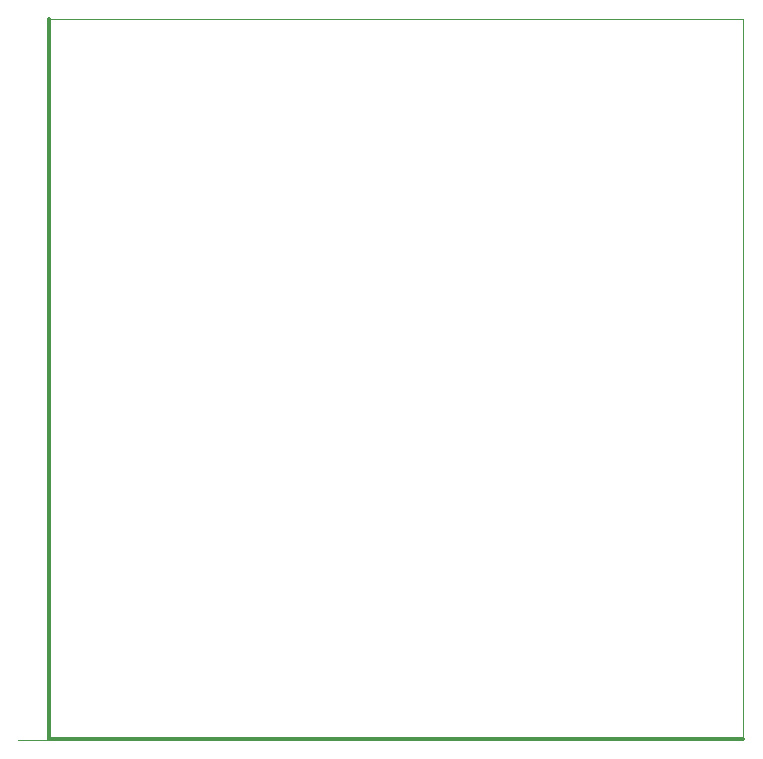
<source format=gbo>
G04 EAGLE Gerber RS-274X export*
G75*
%MOMM*%
%FSLAX34Y34*%
%LPD*%
%INSilkscreen Bottom*%
%IPPOS*%
%AMOC8*
5,1,8,0,0,1.08239X$1,22.5*%
G01*
%ADD10C,0.304800*%
%ADD11C,0.000000*%


D10*
X0Y0D02*
X587250Y0D01*
D11*
X587250Y609500D01*
X0Y609500D01*
D10*
X0Y0D01*
D11*
X-61Y-690D02*
X-123Y-690D01*
X-61Y-690D02*
X-47Y-688D01*
X-35Y-684D01*
X-23Y-677D01*
X-13Y-667D01*
X-6Y-655D01*
X-2Y-643D01*
X0Y-629D01*
X0Y-476D01*
X-2Y-462D01*
X-6Y-450D01*
X-13Y-438D01*
X-23Y-428D01*
X-35Y-421D01*
X-47Y-417D01*
X-61Y-415D01*
X-61Y-414D02*
X-123Y-414D01*
X-210Y-652D02*
X-210Y-667D01*
X-210Y-652D02*
X-225Y-652D01*
X-225Y-667D01*
X-210Y-667D01*
X-210Y-545D02*
X-210Y-529D01*
X-225Y-529D01*
X-225Y-545D01*
X-210Y-545D01*
X-314Y-721D02*
X-437Y-383D01*
X-530Y-414D02*
X-530Y-614D01*
X-532Y-630D01*
X-537Y-645D01*
X-545Y-659D01*
X-555Y-671D01*
X-569Y-681D01*
X-583Y-687D01*
X-599Y-691D01*
X-615Y-691D01*
X-631Y-687D01*
X-646Y-681D01*
X-659Y-671D01*
X-669Y-659D01*
X-677Y-645D01*
X-682Y-630D01*
X-684Y-614D01*
X-684Y-414D01*
X-809Y-583D02*
X-886Y-614D01*
X-809Y-583D02*
X-799Y-577D01*
X-790Y-568D01*
X-785Y-556D01*
X-784Y-544D01*
X-786Y-532D01*
X-792Y-521D01*
X-801Y-513D01*
X-812Y-508D01*
X-825Y-506D01*
X-824Y-506D02*
X-848Y-508D01*
X-871Y-513D01*
X-894Y-521D01*
X-886Y-613D02*
X-896Y-619D01*
X-905Y-628D01*
X-910Y-640D01*
X-911Y-652D01*
X-909Y-664D01*
X-903Y-675D01*
X-894Y-683D01*
X-883Y-688D01*
X-870Y-690D01*
X-842Y-688D01*
X-814Y-683D01*
X-786Y-675D01*
X-1047Y-690D02*
X-1124Y-690D01*
X-1047Y-690D02*
X-1035Y-688D01*
X-1024Y-684D01*
X-1014Y-677D01*
X-1007Y-667D01*
X-1003Y-656D01*
X-1001Y-644D01*
X-1001Y-568D01*
X-1002Y-568D02*
X-1004Y-553D01*
X-1009Y-540D01*
X-1017Y-528D01*
X-1028Y-518D01*
X-1041Y-511D01*
X-1056Y-507D01*
X-1070Y-507D01*
X-1085Y-511D01*
X-1098Y-518D01*
X-1109Y-528D01*
X-1117Y-540D01*
X-1122Y-553D01*
X-1124Y-568D01*
X-1124Y-598D01*
X-1001Y-598D01*
X-1226Y-690D02*
X-1226Y-506D01*
X-1318Y-506D01*
X-1318Y-537D01*
X-1413Y-583D02*
X-1490Y-614D01*
X-1413Y-583D02*
X-1403Y-577D01*
X-1394Y-568D01*
X-1389Y-556D01*
X-1388Y-544D01*
X-1390Y-532D01*
X-1396Y-521D01*
X-1405Y-513D01*
X-1416Y-508D01*
X-1429Y-506D01*
X-1428Y-506D02*
X-1452Y-508D01*
X-1475Y-513D01*
X-1498Y-521D01*
X-1490Y-613D02*
X-1500Y-619D01*
X-1509Y-628D01*
X-1514Y-640D01*
X-1515Y-652D01*
X-1513Y-664D01*
X-1507Y-675D01*
X-1498Y-683D01*
X-1487Y-688D01*
X-1474Y-690D01*
X-1446Y-688D01*
X-1418Y-683D01*
X-1390Y-675D01*
X-1597Y-721D02*
X-1720Y-383D01*
X-1816Y-414D02*
X-1816Y-690D01*
X-1816Y-583D02*
X-1969Y-414D01*
X-1877Y-522D02*
X-1969Y-690D01*
X-2061Y-690D02*
X-2061Y-506D01*
X-2138Y-506D01*
X-2150Y-508D01*
X-2161Y-512D01*
X-2171Y-519D01*
X-2178Y-529D01*
X-2182Y-540D01*
X-2184Y-552D01*
X-2184Y-690D01*
X-2331Y-690D02*
X-2408Y-690D01*
X-2331Y-690D02*
X-2319Y-688D01*
X-2308Y-684D01*
X-2298Y-677D01*
X-2291Y-667D01*
X-2287Y-656D01*
X-2285Y-644D01*
X-2285Y-568D01*
X-2287Y-553D01*
X-2292Y-540D01*
X-2300Y-528D01*
X-2311Y-518D01*
X-2324Y-511D01*
X-2339Y-507D01*
X-2353Y-507D01*
X-2368Y-511D01*
X-2381Y-518D01*
X-2392Y-528D01*
X-2400Y-540D01*
X-2405Y-553D01*
X-2407Y-568D01*
X-2408Y-568D02*
X-2408Y-598D01*
X-2285Y-598D01*
X-2504Y-690D02*
X-2504Y-506D01*
X-2496Y-429D02*
X-2496Y-414D01*
X-2511Y-414D01*
X-2511Y-429D01*
X-2496Y-429D01*
X-2722Y-414D02*
X-2722Y-690D01*
X-2645Y-690D01*
X-2633Y-688D01*
X-2622Y-684D01*
X-2612Y-677D01*
X-2605Y-667D01*
X-2601Y-656D01*
X-2599Y-644D01*
X-2599Y-552D01*
X-2601Y-540D01*
X-2605Y-529D01*
X-2612Y-519D01*
X-2622Y-512D01*
X-2633Y-508D01*
X-2645Y-506D01*
X-2722Y-506D01*
X-2829Y-414D02*
X-2829Y-644D01*
X-2831Y-656D01*
X-2835Y-667D01*
X-2842Y-677D01*
X-2852Y-684D01*
X-2863Y-688D01*
X-2875Y-690D01*
X-2947Y-721D02*
X-3070Y-383D01*
X-3156Y-491D02*
X-3156Y-614D01*
X-3155Y-491D02*
X-3157Y-475D01*
X-3162Y-460D01*
X-3170Y-446D01*
X-3180Y-434D01*
X-3194Y-424D01*
X-3208Y-418D01*
X-3224Y-414D01*
X-3240Y-414D01*
X-3256Y-418D01*
X-3271Y-424D01*
X-3284Y-434D01*
X-3294Y-446D01*
X-3302Y-460D01*
X-3307Y-475D01*
X-3309Y-491D01*
X-3309Y-614D01*
X-3307Y-630D01*
X-3302Y-645D01*
X-3294Y-659D01*
X-3284Y-671D01*
X-3271Y-681D01*
X-3256Y-687D01*
X-3240Y-691D01*
X-3224Y-691D01*
X-3208Y-687D01*
X-3194Y-681D01*
X-3180Y-671D01*
X-3170Y-659D01*
X-3162Y-645D01*
X-3157Y-630D01*
X-3155Y-614D01*
X-3411Y-690D02*
X-3411Y-506D01*
X-3488Y-506D01*
X-3500Y-508D01*
X-3511Y-512D01*
X-3521Y-519D01*
X-3528Y-529D01*
X-3532Y-540D01*
X-3534Y-552D01*
X-3534Y-690D01*
X-3681Y-690D02*
X-3757Y-690D01*
X-3681Y-690D02*
X-3669Y-688D01*
X-3658Y-684D01*
X-3648Y-677D01*
X-3641Y-667D01*
X-3637Y-656D01*
X-3635Y-644D01*
X-3635Y-568D01*
X-3637Y-553D01*
X-3642Y-540D01*
X-3650Y-528D01*
X-3661Y-518D01*
X-3674Y-511D01*
X-3689Y-507D01*
X-3703Y-507D01*
X-3718Y-511D01*
X-3731Y-518D01*
X-3742Y-528D01*
X-3750Y-540D01*
X-3755Y-553D01*
X-3757Y-568D01*
X-3757Y-598D01*
X-3635Y-598D01*
X-3860Y-690D02*
X-3860Y-414D01*
X-3936Y-414D01*
X-3951Y-415D01*
X-3965Y-420D01*
X-3979Y-427D01*
X-3990Y-437D01*
X-4000Y-448D01*
X-4007Y-462D01*
X-4012Y-476D01*
X-4013Y-491D01*
X-4013Y-614D01*
X-4012Y-629D01*
X-4007Y-643D01*
X-4000Y-657D01*
X-3990Y-668D01*
X-3979Y-678D01*
X-3965Y-685D01*
X-3951Y-690D01*
X-3936Y-691D01*
X-3936Y-690D02*
X-3860Y-690D01*
X-4124Y-690D02*
X-4124Y-506D01*
X-4216Y-506D01*
X-4216Y-537D01*
X-4292Y-506D02*
X-4292Y-690D01*
X-4285Y-429D02*
X-4285Y-414D01*
X-4300Y-414D01*
X-4300Y-429D01*
X-4285Y-429D01*
X-4380Y-506D02*
X-4441Y-690D01*
X-4503Y-506D01*
X-4633Y-690D02*
X-4710Y-690D01*
X-4633Y-690D02*
X-4621Y-688D01*
X-4610Y-684D01*
X-4600Y-677D01*
X-4593Y-667D01*
X-4589Y-656D01*
X-4587Y-644D01*
X-4587Y-568D01*
X-4589Y-553D01*
X-4594Y-540D01*
X-4602Y-528D01*
X-4613Y-518D01*
X-4626Y-511D01*
X-4641Y-507D01*
X-4655Y-507D01*
X-4670Y-511D01*
X-4683Y-518D01*
X-4694Y-528D01*
X-4702Y-540D01*
X-4707Y-553D01*
X-4709Y-568D01*
X-4710Y-568D02*
X-4710Y-598D01*
X-4587Y-598D01*
X-4937Y-583D02*
X-5121Y-583D01*
X-5360Y-537D02*
X-5437Y-537D01*
X-5453Y-539D01*
X-5468Y-544D01*
X-5482Y-552D01*
X-5494Y-562D01*
X-5504Y-576D01*
X-5510Y-590D01*
X-5514Y-606D01*
X-5514Y-622D01*
X-5510Y-638D01*
X-5504Y-652D01*
X-5494Y-666D01*
X-5482Y-676D01*
X-5468Y-684D01*
X-5453Y-689D01*
X-5437Y-691D01*
X-5437Y-690D02*
X-5360Y-690D01*
X-5360Y-414D01*
X-5437Y-414D01*
X-5452Y-416D01*
X-5465Y-421D01*
X-5477Y-429D01*
X-5487Y-440D01*
X-5494Y-453D01*
X-5498Y-468D01*
X-5498Y-482D01*
X-5494Y-497D01*
X-5487Y-510D01*
X-5477Y-521D01*
X-5465Y-529D01*
X-5452Y-534D01*
X-5437Y-536D01*
X-5601Y-506D02*
X-5601Y-690D01*
X-5593Y-429D02*
X-5593Y-414D01*
X-5608Y-414D01*
X-5608Y-429D01*
X-5593Y-429D01*
X-5703Y-414D02*
X-5703Y-644D01*
X-5705Y-656D01*
X-5709Y-667D01*
X-5716Y-677D01*
X-5726Y-684D01*
X-5737Y-688D01*
X-5749Y-690D01*
X-5951Y-690D02*
X-5951Y-414D01*
X-5951Y-690D02*
X-5875Y-690D01*
X-5863Y-688D01*
X-5852Y-684D01*
X-5842Y-677D01*
X-5835Y-667D01*
X-5831Y-656D01*
X-5829Y-644D01*
X-5829Y-552D01*
X-5831Y-540D01*
X-5835Y-529D01*
X-5842Y-519D01*
X-5852Y-512D01*
X-5863Y-508D01*
X-5875Y-506D01*
X-5951Y-506D01*
X-6061Y-506D02*
X-6061Y-644D01*
X-6063Y-656D01*
X-6067Y-667D01*
X-6074Y-677D01*
X-6084Y-684D01*
X-6095Y-688D01*
X-6107Y-690D01*
X-6184Y-690D01*
X-6184Y-506D01*
X-6293Y-506D02*
X-6293Y-690D01*
X-6293Y-506D02*
X-6370Y-506D01*
X-6382Y-508D01*
X-6393Y-512D01*
X-6403Y-519D01*
X-6410Y-529D01*
X-6414Y-540D01*
X-6416Y-552D01*
X-6416Y-690D01*
X-6562Y-690D02*
X-6639Y-690D01*
X-6562Y-690D02*
X-6550Y-688D01*
X-6539Y-684D01*
X-6529Y-677D01*
X-6522Y-667D01*
X-6518Y-656D01*
X-6516Y-644D01*
X-6516Y-552D01*
X-6518Y-540D01*
X-6522Y-529D01*
X-6529Y-519D01*
X-6539Y-512D01*
X-6550Y-508D01*
X-6562Y-506D01*
X-6639Y-506D01*
X-6639Y-736D01*
X-6637Y-748D01*
X-6633Y-759D01*
X-6626Y-769D01*
X-6616Y-776D01*
X-6605Y-780D01*
X-6593Y-782D01*
X-6531Y-782D01*
X-6763Y-583D02*
X-6840Y-614D01*
X-6763Y-583D02*
X-6753Y-577D01*
X-6744Y-568D01*
X-6739Y-556D01*
X-6738Y-544D01*
X-6740Y-532D01*
X-6746Y-521D01*
X-6755Y-513D01*
X-6766Y-508D01*
X-6779Y-506D01*
X-6778Y-506D02*
X-6802Y-508D01*
X-6825Y-513D01*
X-6848Y-521D01*
X-6840Y-613D02*
X-6850Y-619D01*
X-6859Y-628D01*
X-6864Y-640D01*
X-6865Y-652D01*
X-6863Y-664D01*
X-6857Y-675D01*
X-6848Y-683D01*
X-6837Y-688D01*
X-6824Y-690D01*
X-6796Y-688D01*
X-6768Y-683D01*
X-6740Y-675D01*
X-7078Y-690D02*
X-7078Y-414D01*
X-7078Y-690D02*
X-7001Y-690D01*
X-6989Y-688D01*
X-6978Y-684D01*
X-6968Y-677D01*
X-6961Y-667D01*
X-6957Y-656D01*
X-6955Y-644D01*
X-6955Y-552D01*
X-6957Y-540D01*
X-6961Y-529D01*
X-6968Y-519D01*
X-6978Y-512D01*
X-6989Y-508D01*
X-7001Y-506D01*
X-7078Y-506D01*
X-7183Y-506D02*
X-7183Y-690D01*
X-7175Y-429D02*
X-7175Y-414D01*
X-7190Y-414D01*
X-7190Y-429D01*
X-7175Y-429D01*
X-7288Y-506D02*
X-7288Y-690D01*
X-7288Y-506D02*
X-7380Y-506D01*
X-7380Y-537D01*
X-7498Y-690D02*
X-7575Y-690D01*
X-7498Y-690D02*
X-7486Y-688D01*
X-7475Y-684D01*
X-7465Y-677D01*
X-7458Y-667D01*
X-7454Y-656D01*
X-7452Y-644D01*
X-7452Y-568D01*
X-7453Y-568D02*
X-7455Y-553D01*
X-7460Y-540D01*
X-7468Y-528D01*
X-7479Y-518D01*
X-7492Y-511D01*
X-7507Y-507D01*
X-7521Y-507D01*
X-7536Y-511D01*
X-7549Y-518D01*
X-7560Y-528D01*
X-7568Y-540D01*
X-7573Y-553D01*
X-7575Y-568D01*
X-7575Y-598D01*
X-7452Y-598D01*
X-7678Y-690D02*
X-7678Y-414D01*
X-7800Y-506D02*
X-7678Y-598D01*
X-7731Y-560D02*
X-7800Y-690D01*
X-7864Y-506D02*
X-7956Y-506D01*
X-7895Y-414D02*
X-7895Y-644D01*
X-7897Y-656D01*
X-7901Y-667D01*
X-7908Y-677D01*
X-7918Y-684D01*
X-7929Y-688D01*
X-7941Y-690D01*
X-7956Y-690D01*
X-8044Y-690D02*
X-8044Y-506D01*
X-8036Y-429D02*
X-8036Y-414D01*
X-8051Y-414D01*
X-8051Y-429D01*
X-8036Y-429D01*
X-8140Y-568D02*
X-8140Y-629D01*
X-8140Y-568D02*
X-8142Y-553D01*
X-8147Y-540D01*
X-8155Y-528D01*
X-8166Y-518D01*
X-8179Y-511D01*
X-8194Y-507D01*
X-8208Y-507D01*
X-8223Y-511D01*
X-8236Y-518D01*
X-8247Y-528D01*
X-8255Y-540D01*
X-8260Y-553D01*
X-8262Y-568D01*
X-8263Y-568D02*
X-8263Y-629D01*
X-8262Y-629D02*
X-8260Y-644D01*
X-8255Y-657D01*
X-8247Y-669D01*
X-8236Y-679D01*
X-8223Y-686D01*
X-8208Y-690D01*
X-8194Y-690D01*
X-8179Y-686D01*
X-8166Y-679D01*
X-8155Y-669D01*
X-8147Y-657D01*
X-8142Y-644D01*
X-8140Y-629D01*
X-8363Y-690D02*
X-8363Y-506D01*
X-8440Y-506D01*
X-8452Y-508D01*
X-8463Y-512D01*
X-8473Y-519D01*
X-8480Y-529D01*
X-8484Y-540D01*
X-8486Y-552D01*
X-8486Y-690D01*
X-8579Y-721D02*
X-8701Y-383D01*
X-8864Y-414D02*
X-8772Y-690D01*
X-8956Y-690D02*
X-8864Y-414D01*
X-8933Y-621D02*
X-8795Y-621D01*
X-9042Y-690D02*
X-9042Y-506D01*
X-9119Y-506D01*
X-9131Y-508D01*
X-9142Y-512D01*
X-9152Y-519D01*
X-9159Y-529D01*
X-9163Y-540D01*
X-9165Y-552D01*
X-9165Y-690D01*
X-9388Y-690D02*
X-9388Y-414D01*
X-9388Y-690D02*
X-9311Y-690D01*
X-9299Y-688D01*
X-9288Y-684D01*
X-9278Y-677D01*
X-9271Y-667D01*
X-9267Y-656D01*
X-9265Y-644D01*
X-9265Y-552D01*
X-9266Y-552D02*
X-9268Y-540D01*
X-9272Y-529D01*
X-9279Y-519D01*
X-9289Y-512D01*
X-9300Y-508D01*
X-9312Y-506D01*
X-9311Y-506D02*
X-9388Y-506D01*
X-9499Y-506D02*
X-9499Y-690D01*
X-9499Y-506D02*
X-9591Y-506D01*
X-9591Y-537D01*
X-9710Y-690D02*
X-9786Y-690D01*
X-9710Y-690D02*
X-9698Y-688D01*
X-9687Y-684D01*
X-9677Y-677D01*
X-9670Y-667D01*
X-9666Y-656D01*
X-9664Y-644D01*
X-9664Y-568D01*
X-9666Y-553D01*
X-9671Y-540D01*
X-9679Y-528D01*
X-9690Y-518D01*
X-9703Y-511D01*
X-9718Y-507D01*
X-9732Y-507D01*
X-9747Y-511D01*
X-9760Y-518D01*
X-9771Y-528D01*
X-9779Y-540D01*
X-9784Y-553D01*
X-9786Y-568D01*
X-9786Y-598D01*
X-9664Y-598D01*
X-9932Y-583D02*
X-10001Y-583D01*
X-9932Y-583D02*
X-9919Y-585D01*
X-9907Y-589D01*
X-9896Y-597D01*
X-9888Y-606D01*
X-9882Y-618D01*
X-9878Y-630D01*
X-9878Y-644D01*
X-9882Y-656D01*
X-9888Y-668D01*
X-9896Y-677D01*
X-9907Y-685D01*
X-9919Y-689D01*
X-9932Y-691D01*
X-9932Y-690D02*
X-10001Y-690D01*
X-10001Y-552D01*
X-9999Y-540D01*
X-9995Y-529D01*
X-9988Y-519D01*
X-9978Y-512D01*
X-9967Y-508D01*
X-9955Y-506D01*
X-9894Y-506D01*
X-10126Y-583D02*
X-10202Y-614D01*
X-10125Y-583D02*
X-10115Y-577D01*
X-10106Y-568D01*
X-10101Y-556D01*
X-10100Y-544D01*
X-10102Y-532D01*
X-10108Y-521D01*
X-10117Y-513D01*
X-10128Y-508D01*
X-10141Y-506D01*
X-10140Y-506D02*
X-10164Y-508D01*
X-10187Y-513D01*
X-10210Y-521D01*
X-10202Y-613D02*
X-10212Y-619D01*
X-10221Y-628D01*
X-10226Y-640D01*
X-10227Y-652D01*
X-10225Y-664D01*
X-10219Y-675D01*
X-10210Y-683D01*
X-10199Y-688D01*
X-10186Y-690D01*
X-10187Y-690D02*
X-10159Y-688D01*
X-10131Y-683D01*
X-10103Y-675D01*
X-10310Y-721D02*
X-10432Y-383D01*
X-10518Y-491D02*
X-10518Y-614D01*
X-10518Y-491D02*
X-10520Y-475D01*
X-10525Y-460D01*
X-10533Y-446D01*
X-10543Y-434D01*
X-10557Y-424D01*
X-10571Y-418D01*
X-10587Y-414D01*
X-10603Y-414D01*
X-10619Y-418D01*
X-10634Y-424D01*
X-10647Y-434D01*
X-10657Y-446D01*
X-10665Y-460D01*
X-10670Y-475D01*
X-10672Y-491D01*
X-10671Y-491D02*
X-10671Y-614D01*
X-10672Y-614D02*
X-10670Y-630D01*
X-10665Y-645D01*
X-10657Y-659D01*
X-10647Y-671D01*
X-10634Y-681D01*
X-10619Y-687D01*
X-10603Y-691D01*
X-10587Y-691D01*
X-10571Y-687D01*
X-10557Y-681D01*
X-10543Y-671D01*
X-10533Y-659D01*
X-10525Y-645D01*
X-10520Y-630D01*
X-10518Y-614D01*
X-10774Y-690D02*
X-10774Y-414D01*
X-10774Y-690D02*
X-10851Y-690D01*
X-10863Y-688D01*
X-10874Y-684D01*
X-10884Y-677D01*
X-10891Y-667D01*
X-10895Y-656D01*
X-10897Y-644D01*
X-10897Y-552D01*
X-10895Y-540D01*
X-10891Y-529D01*
X-10884Y-519D01*
X-10874Y-512D01*
X-10863Y-508D01*
X-10851Y-506D01*
X-10774Y-506D01*
X-11035Y-690D02*
X-11111Y-690D01*
X-11035Y-690D02*
X-11023Y-688D01*
X-11012Y-684D01*
X-11002Y-677D01*
X-10995Y-667D01*
X-10991Y-656D01*
X-10989Y-644D01*
X-10989Y-568D01*
X-10991Y-553D01*
X-10996Y-540D01*
X-11004Y-528D01*
X-11015Y-518D01*
X-11028Y-511D01*
X-11043Y-507D01*
X-11057Y-507D01*
X-11072Y-511D01*
X-11085Y-518D01*
X-11096Y-528D01*
X-11104Y-540D01*
X-11109Y-553D01*
X-11111Y-568D01*
X-11111Y-598D01*
X-10989Y-598D01*
X-11213Y-690D02*
X-11213Y-506D01*
X-11305Y-506D01*
X-11305Y-537D01*
X-11401Y-583D02*
X-11478Y-614D01*
X-11401Y-583D02*
X-11391Y-577D01*
X-11382Y-568D01*
X-11377Y-556D01*
X-11376Y-544D01*
X-11378Y-532D01*
X-11384Y-521D01*
X-11393Y-513D01*
X-11404Y-508D01*
X-11417Y-506D01*
X-11416Y-506D02*
X-11440Y-508D01*
X-11463Y-513D01*
X-11486Y-521D01*
X-11478Y-613D02*
X-11488Y-619D01*
X-11497Y-628D01*
X-11502Y-640D01*
X-11503Y-652D01*
X-11501Y-664D01*
X-11495Y-675D01*
X-11486Y-683D01*
X-11475Y-688D01*
X-11462Y-690D01*
X-11434Y-688D01*
X-11406Y-683D01*
X-11378Y-675D01*
X-11639Y-690D02*
X-11701Y-690D01*
X-11639Y-690D02*
X-11627Y-688D01*
X-11616Y-684D01*
X-11606Y-677D01*
X-11599Y-667D01*
X-11595Y-656D01*
X-11593Y-644D01*
X-11593Y-552D01*
X-11595Y-540D01*
X-11599Y-529D01*
X-11606Y-519D01*
X-11616Y-512D01*
X-11627Y-508D01*
X-11639Y-506D01*
X-11701Y-506D01*
X-11792Y-414D02*
X-11792Y-690D01*
X-11792Y-506D02*
X-11869Y-506D01*
X-11881Y-508D01*
X-11892Y-512D01*
X-11902Y-519D01*
X-11909Y-529D01*
X-11913Y-540D01*
X-11915Y-552D01*
X-11915Y-690D01*
X-12024Y-644D02*
X-12024Y-506D01*
X-12024Y-644D02*
X-12026Y-656D01*
X-12030Y-667D01*
X-12037Y-677D01*
X-12047Y-684D01*
X-12058Y-688D01*
X-12070Y-690D01*
X-12147Y-690D01*
X-12147Y-506D01*
X-12253Y-414D02*
X-12253Y-644D01*
X-12255Y-656D01*
X-12259Y-667D01*
X-12266Y-677D01*
X-12276Y-684D01*
X-12287Y-688D01*
X-12299Y-690D01*
X-12426Y-690D02*
X-12503Y-690D01*
X-12426Y-690D02*
X-12414Y-688D01*
X-12403Y-684D01*
X-12393Y-677D01*
X-12386Y-667D01*
X-12382Y-656D01*
X-12380Y-644D01*
X-12380Y-568D01*
X-12382Y-553D01*
X-12387Y-540D01*
X-12395Y-528D01*
X-12406Y-518D01*
X-12419Y-511D01*
X-12434Y-507D01*
X-12448Y-507D01*
X-12463Y-511D01*
X-12476Y-518D01*
X-12487Y-528D01*
X-12495Y-540D01*
X-12500Y-553D01*
X-12502Y-568D01*
X-12503Y-568D02*
X-12503Y-598D01*
X-12380Y-598D01*
X-12587Y-721D02*
X-12710Y-383D01*
X-12795Y-690D02*
X-12887Y-690D01*
X-12901Y-688D01*
X-12913Y-684D01*
X-12925Y-677D01*
X-12935Y-667D01*
X-12942Y-655D01*
X-12946Y-643D01*
X-12948Y-629D01*
X-12949Y-629D02*
X-12949Y-598D01*
X-12948Y-598D02*
X-12946Y-584D01*
X-12942Y-572D01*
X-12935Y-560D01*
X-12925Y-550D01*
X-12913Y-543D01*
X-12901Y-539D01*
X-12887Y-537D01*
X-12795Y-537D01*
X-12795Y-414D01*
X-12949Y-414D01*
X-13038Y-675D02*
X-13038Y-690D01*
X-13038Y-675D02*
X-13054Y-675D01*
X-13054Y-690D01*
X-13038Y-690D01*
X-13276Y-614D02*
X-13276Y-491D01*
X-13275Y-491D02*
X-13277Y-475D01*
X-13282Y-460D01*
X-13290Y-446D01*
X-13300Y-434D01*
X-13314Y-424D01*
X-13328Y-418D01*
X-13344Y-414D01*
X-13360Y-414D01*
X-13376Y-418D01*
X-13391Y-424D01*
X-13404Y-434D01*
X-13414Y-446D01*
X-13422Y-460D01*
X-13427Y-475D01*
X-13429Y-491D01*
X-13429Y-614D01*
X-13427Y-630D01*
X-13422Y-645D01*
X-13414Y-659D01*
X-13404Y-671D01*
X-13391Y-681D01*
X-13376Y-687D01*
X-13360Y-691D01*
X-13344Y-691D01*
X-13328Y-687D01*
X-13314Y-681D01*
X-13300Y-671D01*
X-13290Y-659D01*
X-13282Y-645D01*
X-13277Y-630D01*
X-13275Y-614D01*
X-13532Y-690D02*
X-13532Y-414D01*
X-13532Y-690D02*
X-13608Y-690D01*
X-13620Y-688D01*
X-13631Y-684D01*
X-13641Y-677D01*
X-13648Y-667D01*
X-13652Y-656D01*
X-13654Y-644D01*
X-13654Y-552D01*
X-13652Y-540D01*
X-13648Y-529D01*
X-13641Y-519D01*
X-13631Y-512D01*
X-13620Y-508D01*
X-13608Y-506D01*
X-13532Y-506D01*
X-13792Y-690D02*
X-13869Y-690D01*
X-13792Y-690D02*
X-13780Y-688D01*
X-13769Y-684D01*
X-13759Y-677D01*
X-13752Y-667D01*
X-13748Y-656D01*
X-13746Y-644D01*
X-13746Y-568D01*
X-13747Y-568D02*
X-13749Y-553D01*
X-13754Y-540D01*
X-13762Y-528D01*
X-13773Y-518D01*
X-13786Y-511D01*
X-13801Y-507D01*
X-13815Y-507D01*
X-13830Y-511D01*
X-13843Y-518D01*
X-13854Y-528D01*
X-13862Y-540D01*
X-13867Y-553D01*
X-13869Y-568D01*
X-13869Y-598D01*
X-13746Y-598D01*
X-13971Y-690D02*
X-13971Y-506D01*
X-14063Y-506D01*
X-14063Y-537D01*
X-14159Y-583D02*
X-14235Y-614D01*
X-14158Y-583D02*
X-14148Y-577D01*
X-14139Y-568D01*
X-14134Y-556D01*
X-14133Y-544D01*
X-14135Y-532D01*
X-14141Y-521D01*
X-14150Y-513D01*
X-14161Y-508D01*
X-14174Y-506D01*
X-14198Y-508D01*
X-14221Y-513D01*
X-14244Y-521D01*
X-14236Y-613D02*
X-14246Y-619D01*
X-14255Y-628D01*
X-14260Y-640D01*
X-14261Y-652D01*
X-14259Y-664D01*
X-14253Y-675D01*
X-14244Y-683D01*
X-14233Y-688D01*
X-14220Y-690D01*
X-14192Y-688D01*
X-14164Y-683D01*
X-14136Y-675D01*
X-14397Y-690D02*
X-14458Y-690D01*
X-14397Y-690D02*
X-14385Y-688D01*
X-14374Y-684D01*
X-14364Y-677D01*
X-14357Y-667D01*
X-14353Y-656D01*
X-14351Y-644D01*
X-14351Y-552D01*
X-14353Y-540D01*
X-14357Y-529D01*
X-14364Y-519D01*
X-14374Y-512D01*
X-14385Y-508D01*
X-14397Y-506D01*
X-14458Y-506D01*
X-14550Y-414D02*
X-14550Y-690D01*
X-14550Y-506D02*
X-14626Y-506D01*
X-14638Y-508D01*
X-14649Y-512D01*
X-14659Y-519D01*
X-14666Y-529D01*
X-14670Y-540D01*
X-14672Y-552D01*
X-14672Y-690D01*
X-14782Y-644D02*
X-14782Y-506D01*
X-14782Y-644D02*
X-14784Y-656D01*
X-14788Y-667D01*
X-14795Y-677D01*
X-14805Y-684D01*
X-14816Y-688D01*
X-14828Y-690D01*
X-14904Y-690D01*
X-14904Y-506D01*
X-15011Y-414D02*
X-15011Y-644D01*
X-15013Y-656D01*
X-15017Y-667D01*
X-15024Y-677D01*
X-15034Y-684D01*
X-15045Y-688D01*
X-15057Y-690D01*
X-15184Y-690D02*
X-15260Y-690D01*
X-15184Y-690D02*
X-15172Y-688D01*
X-15161Y-684D01*
X-15151Y-677D01*
X-15144Y-667D01*
X-15140Y-656D01*
X-15138Y-644D01*
X-15138Y-568D01*
X-15140Y-553D01*
X-15145Y-540D01*
X-15153Y-528D01*
X-15164Y-518D01*
X-15177Y-511D01*
X-15192Y-507D01*
X-15206Y-507D01*
X-15221Y-511D01*
X-15234Y-518D01*
X-15245Y-528D01*
X-15253Y-540D01*
X-15258Y-553D01*
X-15260Y-568D01*
X-15260Y-598D01*
X-15138Y-598D01*
X-15571Y-414D02*
X-15586Y-416D01*
X-15601Y-421D01*
X-15614Y-429D01*
X-15625Y-440D01*
X-15633Y-453D01*
X-15638Y-468D01*
X-15640Y-483D01*
X-15571Y-414D02*
X-15555Y-415D01*
X-15540Y-420D01*
X-15525Y-427D01*
X-15512Y-436D01*
X-15501Y-448D01*
X-15493Y-461D01*
X-15486Y-476D01*
X-15617Y-537D02*
X-15627Y-525D01*
X-15634Y-512D01*
X-15638Y-498D01*
X-15640Y-483D01*
X-15617Y-537D02*
X-15487Y-690D01*
X-15640Y-690D01*
X-15735Y-552D02*
X-15736Y-526D01*
X-15741Y-501D01*
X-15748Y-476D01*
X-15758Y-452D01*
X-15758Y-453D02*
X-15764Y-440D01*
X-15773Y-429D01*
X-15785Y-421D01*
X-15798Y-416D01*
X-15812Y-414D01*
X-15826Y-416D01*
X-15839Y-421D01*
X-15851Y-429D01*
X-15860Y-440D01*
X-15866Y-453D01*
X-15866Y-452D02*
X-15876Y-476D01*
X-15883Y-501D01*
X-15888Y-526D01*
X-15889Y-552D01*
X-15735Y-552D02*
X-15736Y-578D01*
X-15741Y-603D01*
X-15748Y-628D01*
X-15758Y-652D01*
X-15764Y-664D01*
X-15773Y-675D01*
X-15785Y-683D01*
X-15798Y-688D01*
X-15812Y-690D01*
X-15866Y-652D02*
X-15876Y-628D01*
X-15883Y-603D01*
X-15888Y-578D01*
X-15889Y-552D01*
X-15866Y-652D02*
X-15860Y-664D01*
X-15851Y-675D01*
X-15839Y-683D01*
X-15826Y-688D01*
X-15812Y-690D01*
X-15750Y-629D02*
X-15873Y-476D01*
X-16068Y-414D02*
X-16083Y-416D01*
X-16098Y-421D01*
X-16111Y-429D01*
X-16122Y-440D01*
X-16130Y-453D01*
X-16135Y-468D01*
X-16137Y-483D01*
X-16068Y-414D02*
X-16052Y-415D01*
X-16037Y-420D01*
X-16022Y-427D01*
X-16009Y-436D01*
X-15998Y-448D01*
X-15990Y-461D01*
X-15983Y-476D01*
X-16114Y-537D02*
X-16124Y-525D01*
X-16131Y-512D01*
X-16135Y-498D01*
X-16137Y-483D01*
X-16114Y-537D02*
X-15984Y-690D01*
X-16137Y-690D01*
X-16232Y-476D02*
X-16309Y-414D01*
X-16309Y-690D01*
X-16385Y-690D02*
X-16232Y-690D01*
X-16565Y-414D02*
X-16580Y-416D01*
X-16595Y-421D01*
X-16608Y-429D01*
X-16619Y-440D01*
X-16627Y-453D01*
X-16632Y-468D01*
X-16634Y-483D01*
X-16565Y-414D02*
X-16549Y-415D01*
X-16534Y-420D01*
X-16519Y-427D01*
X-16506Y-436D01*
X-16495Y-448D01*
X-16487Y-461D01*
X-16480Y-476D01*
X-16611Y-537D02*
X-16621Y-525D01*
X-16628Y-512D01*
X-16632Y-498D01*
X-16634Y-483D01*
X-16611Y-537D02*
X-16480Y-690D01*
X-16634Y-690D01*
X-16882Y-483D02*
X-16880Y-468D01*
X-16875Y-453D01*
X-16867Y-440D01*
X-16856Y-429D01*
X-16843Y-421D01*
X-16828Y-416D01*
X-16813Y-414D01*
X-16797Y-415D01*
X-16782Y-420D01*
X-16767Y-427D01*
X-16754Y-436D01*
X-16743Y-448D01*
X-16735Y-461D01*
X-16728Y-476D01*
X-16859Y-537D02*
X-16869Y-525D01*
X-16876Y-512D01*
X-16880Y-498D01*
X-16882Y-483D01*
X-16859Y-537D02*
X-16729Y-690D01*
X-16882Y-690D01*
X-16968Y-721D02*
X-17091Y-383D01*
X-17186Y-414D02*
X-17186Y-690D01*
X-17278Y-568D02*
X-17186Y-414D01*
X-17278Y-568D02*
X-17370Y-414D01*
X-17370Y-690D01*
X-17526Y-583D02*
X-17595Y-583D01*
X-17526Y-583D02*
X-17513Y-585D01*
X-17501Y-589D01*
X-17490Y-597D01*
X-17482Y-606D01*
X-17476Y-618D01*
X-17472Y-630D01*
X-17472Y-644D01*
X-17476Y-656D01*
X-17482Y-668D01*
X-17490Y-677D01*
X-17501Y-685D01*
X-17513Y-689D01*
X-17526Y-691D01*
X-17526Y-690D02*
X-17595Y-690D01*
X-17595Y-552D01*
X-17593Y-540D01*
X-17589Y-529D01*
X-17582Y-519D01*
X-17572Y-512D01*
X-17561Y-508D01*
X-17549Y-506D01*
X-17488Y-506D01*
X-17678Y-506D02*
X-17770Y-506D01*
X-17708Y-414D02*
X-17708Y-644D01*
X-17710Y-656D01*
X-17714Y-667D01*
X-17721Y-677D01*
X-17731Y-684D01*
X-17742Y-688D01*
X-17754Y-690D01*
X-17755Y-690D02*
X-17770Y-690D01*
X-17862Y-644D02*
X-17862Y-506D01*
X-17862Y-644D02*
X-17864Y-656D01*
X-17868Y-667D01*
X-17875Y-677D01*
X-17885Y-684D01*
X-17896Y-688D01*
X-17908Y-690D01*
X-17985Y-690D01*
X-17985Y-506D01*
X-18095Y-506D02*
X-18095Y-690D01*
X-18095Y-506D02*
X-18187Y-506D01*
X-18187Y-537D01*
X-18313Y-583D02*
X-18382Y-583D01*
X-18313Y-583D02*
X-18300Y-585D01*
X-18288Y-589D01*
X-18277Y-597D01*
X-18269Y-606D01*
X-18263Y-618D01*
X-18259Y-630D01*
X-18259Y-644D01*
X-18263Y-656D01*
X-18269Y-668D01*
X-18277Y-677D01*
X-18288Y-685D01*
X-18300Y-689D01*
X-18313Y-691D01*
X-18313Y-690D02*
X-18382Y-690D01*
X-18382Y-552D01*
X-18380Y-540D01*
X-18376Y-529D01*
X-18369Y-519D01*
X-18359Y-512D01*
X-18348Y-508D01*
X-18336Y-506D01*
X-18274Y-506D01*
X-18492Y-506D02*
X-18492Y-782D01*
X-18492Y-506D02*
X-18569Y-506D01*
X-18581Y-508D01*
X-18592Y-512D01*
X-18602Y-519D01*
X-18609Y-529D01*
X-18613Y-540D01*
X-18615Y-552D01*
X-18615Y-644D01*
X-18613Y-656D01*
X-18609Y-667D01*
X-18602Y-677D01*
X-18592Y-684D01*
X-18581Y-688D01*
X-18569Y-690D01*
X-18492Y-690D01*
X-18716Y-690D02*
X-18716Y-506D01*
X-18808Y-506D01*
X-18808Y-537D01*
X-18882Y-506D02*
X-18882Y-736D01*
X-18880Y-748D01*
X-18876Y-759D01*
X-18869Y-769D01*
X-18859Y-776D01*
X-18848Y-780D01*
X-18836Y-782D01*
X-18821Y-782D01*
X-18874Y-429D02*
X-18874Y-414D01*
X-18890Y-414D01*
X-18890Y-429D01*
X-18874Y-429D01*
X-18980Y-568D02*
X-18980Y-629D01*
X-18981Y-568D02*
X-18983Y-553D01*
X-18988Y-540D01*
X-18996Y-528D01*
X-19007Y-518D01*
X-19020Y-511D01*
X-19035Y-507D01*
X-19049Y-507D01*
X-19064Y-511D01*
X-19077Y-518D01*
X-19088Y-528D01*
X-19096Y-540D01*
X-19101Y-553D01*
X-19103Y-568D01*
X-19103Y-629D01*
X-19101Y-644D01*
X-19096Y-657D01*
X-19088Y-669D01*
X-19077Y-679D01*
X-19064Y-686D01*
X-19049Y-690D01*
X-19035Y-690D01*
X-19020Y-686D01*
X-19007Y-679D01*
X-18996Y-669D01*
X-18988Y-657D01*
X-18983Y-644D01*
X-18981Y-629D01*
X-19242Y-690D02*
X-19303Y-690D01*
X-19242Y-690D02*
X-19230Y-688D01*
X-19219Y-684D01*
X-19209Y-677D01*
X-19202Y-667D01*
X-19198Y-656D01*
X-19196Y-644D01*
X-19196Y-552D01*
X-19198Y-540D01*
X-19202Y-529D01*
X-19209Y-519D01*
X-19219Y-512D01*
X-19230Y-508D01*
X-19242Y-506D01*
X-19303Y-506D01*
X-19367Y-506D02*
X-19459Y-506D01*
X-19398Y-414D02*
X-19398Y-644D01*
X-19400Y-656D01*
X-19404Y-667D01*
X-19411Y-677D01*
X-19421Y-684D01*
X-19432Y-688D01*
X-19444Y-690D01*
X-19459Y-690D01*
X-19535Y-721D02*
X-19658Y-383D01*
X-19864Y-414D02*
X-19864Y-690D01*
X-19787Y-690D01*
X-19775Y-688D01*
X-19764Y-684D01*
X-19754Y-677D01*
X-19747Y-667D01*
X-19743Y-656D01*
X-19741Y-644D01*
X-19741Y-552D01*
X-19742Y-552D02*
X-19744Y-540D01*
X-19748Y-529D01*
X-19755Y-519D01*
X-19765Y-512D01*
X-19776Y-508D01*
X-19788Y-506D01*
X-19787Y-506D02*
X-19864Y-506D01*
X-19975Y-506D02*
X-19975Y-690D01*
X-19975Y-506D02*
X-20067Y-506D01*
X-20067Y-537D01*
X-20193Y-583D02*
X-20262Y-583D01*
X-20193Y-583D02*
X-20180Y-585D01*
X-20168Y-589D01*
X-20157Y-597D01*
X-20149Y-606D01*
X-20143Y-618D01*
X-20139Y-630D01*
X-20139Y-644D01*
X-20143Y-656D01*
X-20149Y-668D01*
X-20157Y-677D01*
X-20168Y-685D01*
X-20180Y-689D01*
X-20193Y-691D01*
X-20193Y-690D02*
X-20262Y-690D01*
X-20262Y-552D01*
X-20260Y-540D01*
X-20256Y-529D01*
X-20249Y-519D01*
X-20239Y-512D01*
X-20228Y-508D01*
X-20216Y-506D01*
X-20154Y-506D01*
X-20357Y-506D02*
X-20403Y-690D01*
X-20449Y-568D01*
X-20495Y-690D01*
X-20541Y-506D01*
X-20632Y-506D02*
X-20632Y-690D01*
X-20624Y-429D02*
X-20624Y-414D01*
X-20639Y-414D01*
X-20639Y-429D01*
X-20624Y-429D01*
X-20736Y-506D02*
X-20736Y-690D01*
X-20736Y-506D02*
X-20813Y-506D01*
X-20825Y-508D01*
X-20836Y-512D01*
X-20846Y-519D01*
X-20853Y-529D01*
X-20857Y-540D01*
X-20859Y-552D01*
X-20859Y-690D01*
X-21005Y-690D02*
X-21082Y-690D01*
X-21005Y-690D02*
X-20993Y-688D01*
X-20982Y-684D01*
X-20972Y-677D01*
X-20965Y-667D01*
X-20961Y-656D01*
X-20959Y-644D01*
X-20959Y-552D01*
X-20961Y-540D01*
X-20965Y-529D01*
X-20972Y-519D01*
X-20982Y-512D01*
X-20993Y-508D01*
X-21005Y-506D01*
X-21082Y-506D01*
X-21082Y-736D01*
X-21080Y-748D01*
X-21076Y-759D01*
X-21069Y-769D01*
X-21059Y-776D01*
X-21048Y-780D01*
X-21036Y-782D01*
X-20974Y-782D01*
X-21175Y-721D02*
X-21298Y-383D01*
X-21392Y-414D02*
X-21392Y-690D01*
X-21514Y-690D01*
X-21597Y-629D02*
X-21597Y-568D01*
X-21598Y-568D02*
X-21600Y-553D01*
X-21605Y-540D01*
X-21613Y-528D01*
X-21624Y-518D01*
X-21637Y-511D01*
X-21652Y-507D01*
X-21666Y-507D01*
X-21681Y-511D01*
X-21694Y-518D01*
X-21705Y-528D01*
X-21713Y-540D01*
X-21718Y-553D01*
X-21720Y-568D01*
X-21720Y-629D01*
X-21718Y-644D01*
X-21713Y-657D01*
X-21705Y-669D01*
X-21694Y-679D01*
X-21681Y-686D01*
X-21666Y-690D01*
X-21652Y-690D01*
X-21637Y-686D01*
X-21624Y-679D01*
X-21613Y-669D01*
X-21605Y-657D01*
X-21600Y-644D01*
X-21598Y-629D01*
X-21858Y-690D02*
X-21935Y-690D01*
X-21858Y-690D02*
X-21846Y-688D01*
X-21835Y-684D01*
X-21825Y-677D01*
X-21818Y-667D01*
X-21814Y-656D01*
X-21812Y-644D01*
X-21812Y-552D01*
X-21814Y-540D01*
X-21818Y-529D01*
X-21825Y-519D01*
X-21835Y-512D01*
X-21846Y-508D01*
X-21858Y-506D01*
X-21935Y-506D01*
X-21935Y-736D01*
X-21933Y-748D01*
X-21929Y-759D01*
X-21922Y-769D01*
X-21912Y-776D01*
X-21901Y-780D01*
X-21889Y-782D01*
X-21827Y-782D01*
X-22036Y-629D02*
X-22036Y-568D01*
X-22037Y-568D02*
X-22039Y-553D01*
X-22044Y-540D01*
X-22052Y-528D01*
X-22063Y-518D01*
X-22076Y-511D01*
X-22091Y-507D01*
X-22105Y-507D01*
X-22120Y-511D01*
X-22133Y-518D01*
X-22144Y-528D01*
X-22152Y-540D01*
X-22157Y-553D01*
X-22159Y-568D01*
X-22159Y-629D01*
X-22157Y-644D01*
X-22152Y-657D01*
X-22144Y-669D01*
X-22133Y-679D01*
X-22120Y-686D01*
X-22105Y-690D01*
X-22091Y-690D01*
X-22076Y-686D01*
X-22063Y-679D01*
X-22052Y-669D01*
X-22044Y-657D01*
X-22039Y-644D01*
X-22037Y-629D01*
X-22243Y-721D02*
X-22366Y-383D01*
X-22460Y-414D02*
X-22460Y-690D01*
X-22460Y-414D02*
X-22583Y-414D01*
X-22583Y-537D02*
X-22460Y-537D01*
X-22751Y-690D02*
X-22765Y-688D01*
X-22777Y-684D01*
X-22789Y-677D01*
X-22799Y-667D01*
X-22806Y-655D01*
X-22810Y-643D01*
X-22812Y-629D01*
X-22751Y-691D02*
X-22731Y-689D01*
X-22711Y-685D01*
X-22692Y-677D01*
X-22674Y-666D01*
X-22659Y-653D01*
X-22667Y-476D02*
X-22669Y-462D01*
X-22673Y-450D01*
X-22680Y-438D01*
X-22690Y-428D01*
X-22702Y-421D01*
X-22714Y-417D01*
X-22728Y-415D01*
X-22728Y-414D02*
X-22746Y-415D01*
X-22764Y-420D01*
X-22781Y-427D01*
X-22797Y-437D01*
X-22697Y-529D02*
X-22686Y-522D01*
X-22678Y-512D01*
X-22671Y-501D01*
X-22667Y-489D01*
X-22666Y-476D01*
X-22781Y-576D02*
X-22792Y-583D01*
X-22800Y-593D01*
X-22807Y-604D01*
X-22811Y-616D01*
X-22812Y-629D01*
X-22781Y-575D02*
X-22697Y-529D01*
X-22982Y-690D02*
X-22996Y-688D01*
X-23008Y-684D01*
X-23020Y-677D01*
X-23030Y-667D01*
X-23037Y-655D01*
X-23041Y-643D01*
X-23043Y-629D01*
X-22982Y-691D02*
X-22962Y-689D01*
X-22942Y-685D01*
X-22923Y-677D01*
X-22905Y-666D01*
X-22890Y-653D01*
X-22898Y-476D02*
X-22900Y-462D01*
X-22904Y-450D01*
X-22911Y-438D01*
X-22921Y-428D01*
X-22933Y-421D01*
X-22945Y-417D01*
X-22959Y-415D01*
X-22959Y-414D02*
X-22977Y-415D01*
X-22995Y-420D01*
X-23012Y-427D01*
X-23028Y-437D01*
X-22929Y-529D02*
X-22918Y-522D01*
X-22910Y-512D01*
X-22903Y-501D01*
X-22899Y-489D01*
X-22898Y-476D01*
X-23012Y-576D02*
X-23023Y-583D01*
X-23031Y-593D01*
X-23038Y-604D01*
X-23042Y-616D01*
X-23043Y-629D01*
X-23013Y-575D02*
X-22929Y-529D01*
X-23139Y-414D02*
X-23139Y-690D01*
X-23262Y-690D01*
X-23346Y-614D02*
X-23346Y-491D01*
X-23348Y-475D01*
X-23353Y-460D01*
X-23361Y-446D01*
X-23371Y-434D01*
X-23385Y-424D01*
X-23399Y-418D01*
X-23415Y-414D01*
X-23431Y-414D01*
X-23447Y-418D01*
X-23462Y-424D01*
X-23475Y-434D01*
X-23485Y-446D01*
X-23493Y-460D01*
X-23498Y-475D01*
X-23500Y-491D01*
X-23499Y-491D02*
X-23499Y-614D01*
X-23500Y-614D02*
X-23498Y-630D01*
X-23493Y-645D01*
X-23485Y-659D01*
X-23475Y-671D01*
X-23462Y-681D01*
X-23447Y-687D01*
X-23431Y-691D01*
X-23415Y-691D01*
X-23399Y-687D01*
X-23385Y-681D01*
X-23371Y-671D01*
X-23361Y-659D01*
X-23353Y-645D01*
X-23348Y-630D01*
X-23346Y-614D01*
X-23710Y-537D02*
X-23756Y-537D01*
X-23756Y-690D01*
X-23664Y-690D01*
X-23650Y-688D01*
X-23638Y-684D01*
X-23626Y-677D01*
X-23616Y-667D01*
X-23609Y-655D01*
X-23605Y-643D01*
X-23603Y-629D01*
X-23603Y-476D01*
X-23605Y-462D01*
X-23609Y-450D01*
X-23616Y-438D01*
X-23626Y-428D01*
X-23638Y-421D01*
X-23650Y-417D01*
X-23664Y-415D01*
X-23664Y-414D02*
X-23756Y-414D01*
X-23859Y-491D02*
X-23859Y-614D01*
X-23859Y-491D02*
X-23861Y-475D01*
X-23866Y-460D01*
X-23874Y-446D01*
X-23884Y-434D01*
X-23898Y-424D01*
X-23912Y-418D01*
X-23928Y-414D01*
X-23944Y-414D01*
X-23960Y-418D01*
X-23975Y-424D01*
X-23988Y-434D01*
X-23998Y-446D01*
X-24006Y-460D01*
X-24011Y-475D01*
X-24013Y-491D01*
X-24013Y-614D01*
X-24011Y-630D01*
X-24006Y-645D01*
X-23998Y-659D01*
X-23988Y-671D01*
X-23975Y-681D01*
X-23960Y-687D01*
X-23944Y-691D01*
X-23928Y-691D01*
X-23912Y-687D01*
X-23898Y-681D01*
X-23884Y-671D01*
X-23874Y-659D01*
X-23866Y-645D01*
X-23861Y-630D01*
X-23859Y-614D01*
X-24169Y-690D02*
X-24230Y-690D01*
X-24169Y-690D02*
X-24155Y-688D01*
X-24143Y-684D01*
X-24131Y-677D01*
X-24121Y-667D01*
X-24114Y-655D01*
X-24110Y-643D01*
X-24108Y-629D01*
X-24107Y-629D02*
X-24107Y-476D01*
X-24108Y-476D02*
X-24110Y-462D01*
X-24114Y-450D01*
X-24121Y-438D01*
X-24131Y-428D01*
X-24143Y-421D01*
X-24155Y-417D01*
X-24169Y-415D01*
X-24169Y-414D02*
X-24230Y-414D01*
X-24322Y-506D02*
X-24322Y-644D01*
X-24324Y-656D01*
X-24328Y-667D01*
X-24335Y-677D01*
X-24345Y-684D01*
X-24356Y-688D01*
X-24368Y-690D01*
X-24445Y-690D01*
X-24445Y-506D01*
X-24527Y-506D02*
X-24619Y-506D01*
X-24557Y-414D02*
X-24557Y-644D01*
X-24559Y-656D01*
X-24563Y-667D01*
X-24570Y-677D01*
X-24580Y-684D01*
X-24591Y-688D01*
X-24603Y-690D01*
X-24619Y-690D01*
X-24694Y-721D02*
X-24817Y-721D01*
X-24913Y-537D02*
X-24990Y-537D01*
X-25006Y-539D01*
X-25021Y-544D01*
X-25035Y-552D01*
X-25047Y-562D01*
X-25057Y-576D01*
X-25063Y-590D01*
X-25067Y-606D01*
X-25067Y-622D01*
X-25063Y-638D01*
X-25057Y-652D01*
X-25047Y-666D01*
X-25035Y-676D01*
X-25021Y-684D01*
X-25006Y-689D01*
X-24990Y-691D01*
X-24990Y-690D02*
X-24913Y-690D01*
X-24913Y-414D01*
X-24990Y-414D01*
X-25005Y-416D01*
X-25018Y-421D01*
X-25030Y-429D01*
X-25040Y-440D01*
X-25047Y-453D01*
X-25051Y-468D01*
X-25051Y-482D01*
X-25047Y-497D01*
X-25040Y-510D01*
X-25030Y-521D01*
X-25018Y-529D01*
X-25005Y-534D01*
X-24990Y-536D01*
X-25138Y-414D02*
X-25200Y-690D01*
X-25261Y-506D01*
X-25322Y-690D01*
X-25384Y-414D01*
X-25460Y-675D02*
X-25460Y-690D01*
X-25460Y-675D02*
X-25476Y-675D01*
X-25476Y-690D01*
X-25460Y-690D01*
X-25573Y-690D02*
X-25573Y-414D01*
X-25573Y-690D02*
X-25650Y-690D01*
X-25662Y-688D01*
X-25673Y-684D01*
X-25683Y-677D01*
X-25690Y-667D01*
X-25694Y-656D01*
X-25696Y-644D01*
X-25696Y-552D01*
X-25694Y-540D01*
X-25690Y-529D01*
X-25683Y-519D01*
X-25673Y-512D01*
X-25662Y-508D01*
X-25650Y-506D01*
X-25573Y-506D01*
X-25798Y-506D02*
X-25798Y-690D01*
X-25798Y-506D02*
X-25936Y-506D01*
X-25948Y-508D01*
X-25959Y-512D01*
X-25969Y-519D01*
X-25976Y-529D01*
X-25980Y-540D01*
X-25982Y-552D01*
X-25982Y-690D01*
X-25890Y-690D02*
X-25890Y-506D01*
X-26095Y-506D02*
X-26095Y-782D01*
X-26095Y-506D02*
X-26171Y-506D01*
X-26183Y-508D01*
X-26194Y-512D01*
X-26204Y-519D01*
X-26211Y-529D01*
X-26215Y-540D01*
X-26217Y-552D01*
X-26217Y-644D01*
X-26215Y-656D01*
X-26211Y-667D01*
X-26204Y-677D01*
X-26194Y-684D01*
X-26183Y-688D01*
X-26171Y-690D01*
X-26095Y-690D01*
M02*

</source>
